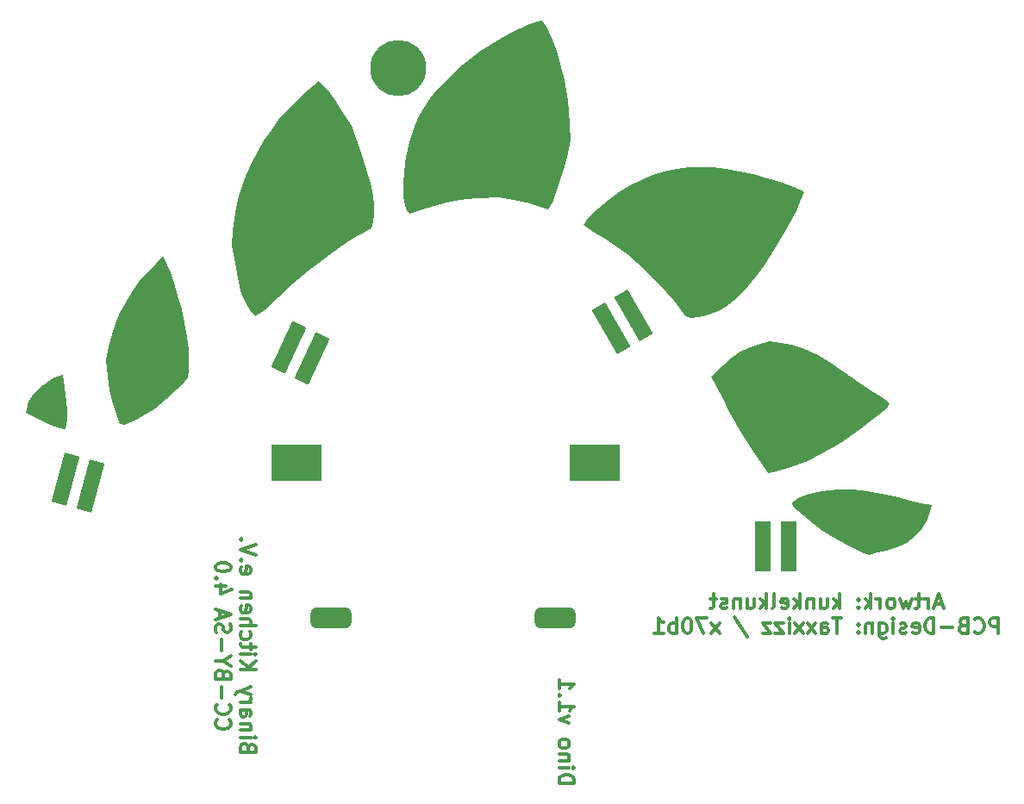
<source format=gbr>
%TF.GenerationSoftware,KiCad,Pcbnew,7.0.1*%
%TF.CreationDate,2023-04-19T22:10:58+02:00*%
%TF.ProjectId,Dino,44696e6f-2e6b-4696-9361-645f70636258,rev?*%
%TF.SameCoordinates,Original*%
%TF.FileFunction,Soldermask,Bot*%
%TF.FilePolarity,Negative*%
%FSLAX46Y46*%
G04 Gerber Fmt 4.6, Leading zero omitted, Abs format (unit mm)*
G04 Created by KiCad (PCBNEW 7.0.1) date 2023-04-19 22:10:58*
%MOMM*%
%LPD*%
G01*
G04 APERTURE LIST*
G04 Aperture macros list*
%AMRoundRect*
0 Rectangle with rounded corners*
0 $1 Rounding radius*
0 $2 $3 $4 $5 $6 $7 $8 $9 X,Y pos of 4 corners*
0 Add a 4 corners polygon primitive as box body*
4,1,4,$2,$3,$4,$5,$6,$7,$8,$9,$2,$3,0*
0 Add four circle primitives for the rounded corners*
1,1,$1+$1,$2,$3*
1,1,$1+$1,$4,$5*
1,1,$1+$1,$6,$7*
1,1,$1+$1,$8,$9*
0 Add four rect primitives between the rounded corners*
20,1,$1+$1,$2,$3,$4,$5,0*
20,1,$1+$1,$4,$5,$6,$7,0*
20,1,$1+$1,$6,$7,$8,$9,0*
20,1,$1+$1,$8,$9,$2,$3,0*%
%AMRotRect*
0 Rectangle, with rotation*
0 The origin of the aperture is its center*
0 $1 length*
0 $2 width*
0 $3 Rotation angle, in degrees counterclockwise*
0 Add horizontal line*
21,1,$1,$2,0,0,$3*%
G04 Aperture macros list end*
%ADD10C,0.300000*%
%ADD11C,5.500000*%
%ADD12RotRect,1.524000X5.000000X345.000000*%
%ADD13R,5.000000X3.600000*%
%ADD14RoundRect,0.500000X-1.500000X-0.500000X1.500000X-0.500000X1.500000X0.500000X-1.500000X0.500000X0*%
%ADD15RotRect,1.524000X5.000000X30.000000*%
%ADD16R,1.524000X5.000000*%
%ADD17RotRect,1.524000X5.000000X335.000000*%
G04 APERTURE END LIST*
D10*
X65481785Y-97989285D02*
X65410357Y-97774999D01*
X65410357Y-97774999D02*
X65338928Y-97703570D01*
X65338928Y-97703570D02*
X65196071Y-97632142D01*
X65196071Y-97632142D02*
X64981785Y-97632142D01*
X64981785Y-97632142D02*
X64838928Y-97703570D01*
X64838928Y-97703570D02*
X64767500Y-97774999D01*
X64767500Y-97774999D02*
X64696071Y-97917856D01*
X64696071Y-97917856D02*
X64696071Y-98489285D01*
X64696071Y-98489285D02*
X66196071Y-98489285D01*
X66196071Y-98489285D02*
X66196071Y-97989285D01*
X66196071Y-97989285D02*
X66124642Y-97846428D01*
X66124642Y-97846428D02*
X66053214Y-97774999D01*
X66053214Y-97774999D02*
X65910357Y-97703570D01*
X65910357Y-97703570D02*
X65767500Y-97703570D01*
X65767500Y-97703570D02*
X65624642Y-97774999D01*
X65624642Y-97774999D02*
X65553214Y-97846428D01*
X65553214Y-97846428D02*
X65481785Y-97989285D01*
X65481785Y-97989285D02*
X65481785Y-98489285D01*
X64696071Y-96989285D02*
X65696071Y-96989285D01*
X66196071Y-96989285D02*
X66124642Y-97060713D01*
X66124642Y-97060713D02*
X66053214Y-96989285D01*
X66053214Y-96989285D02*
X66124642Y-96917856D01*
X66124642Y-96917856D02*
X66196071Y-96989285D01*
X66196071Y-96989285D02*
X66053214Y-96989285D01*
X65696071Y-96274999D02*
X64696071Y-96274999D01*
X65553214Y-96274999D02*
X65624642Y-96203570D01*
X65624642Y-96203570D02*
X65696071Y-96060713D01*
X65696071Y-96060713D02*
X65696071Y-95846427D01*
X65696071Y-95846427D02*
X65624642Y-95703570D01*
X65624642Y-95703570D02*
X65481785Y-95632142D01*
X65481785Y-95632142D02*
X64696071Y-95632142D01*
X64696071Y-94274999D02*
X65481785Y-94274999D01*
X65481785Y-94274999D02*
X65624642Y-94346427D01*
X65624642Y-94346427D02*
X65696071Y-94489284D01*
X65696071Y-94489284D02*
X65696071Y-94774999D01*
X65696071Y-94774999D02*
X65624642Y-94917856D01*
X64767500Y-94274999D02*
X64696071Y-94417856D01*
X64696071Y-94417856D02*
X64696071Y-94774999D01*
X64696071Y-94774999D02*
X64767500Y-94917856D01*
X64767500Y-94917856D02*
X64910357Y-94989284D01*
X64910357Y-94989284D02*
X65053214Y-94989284D01*
X65053214Y-94989284D02*
X65196071Y-94917856D01*
X65196071Y-94917856D02*
X65267500Y-94774999D01*
X65267500Y-94774999D02*
X65267500Y-94417856D01*
X65267500Y-94417856D02*
X65338928Y-94274999D01*
X64696071Y-93560713D02*
X65696071Y-93560713D01*
X65410357Y-93560713D02*
X65553214Y-93489284D01*
X65553214Y-93489284D02*
X65624642Y-93417856D01*
X65624642Y-93417856D02*
X65696071Y-93274998D01*
X65696071Y-93274998D02*
X65696071Y-93132141D01*
X65696071Y-92774999D02*
X64696071Y-92417856D01*
X65696071Y-92060713D02*
X64696071Y-92417856D01*
X64696071Y-92417856D02*
X64338928Y-92560713D01*
X64338928Y-92560713D02*
X64267500Y-92632142D01*
X64267500Y-92632142D02*
X64196071Y-92774999D01*
X64696071Y-90346428D02*
X66196071Y-90346428D01*
X64696071Y-89489285D02*
X65553214Y-90132142D01*
X66196071Y-89489285D02*
X65338928Y-90346428D01*
X64696071Y-88846428D02*
X65696071Y-88846428D01*
X66196071Y-88846428D02*
X66124642Y-88917856D01*
X66124642Y-88917856D02*
X66053214Y-88846428D01*
X66053214Y-88846428D02*
X66124642Y-88774999D01*
X66124642Y-88774999D02*
X66196071Y-88846428D01*
X66196071Y-88846428D02*
X66053214Y-88846428D01*
X65696071Y-88346427D02*
X65696071Y-87774999D01*
X66196071Y-88132142D02*
X64910357Y-88132142D01*
X64910357Y-88132142D02*
X64767500Y-88060713D01*
X64767500Y-88060713D02*
X64696071Y-87917856D01*
X64696071Y-87917856D02*
X64696071Y-87774999D01*
X64767500Y-86632142D02*
X64696071Y-86774999D01*
X64696071Y-86774999D02*
X64696071Y-87060713D01*
X64696071Y-87060713D02*
X64767500Y-87203570D01*
X64767500Y-87203570D02*
X64838928Y-87274999D01*
X64838928Y-87274999D02*
X64981785Y-87346427D01*
X64981785Y-87346427D02*
X65410357Y-87346427D01*
X65410357Y-87346427D02*
X65553214Y-87274999D01*
X65553214Y-87274999D02*
X65624642Y-87203570D01*
X65624642Y-87203570D02*
X65696071Y-87060713D01*
X65696071Y-87060713D02*
X65696071Y-86774999D01*
X65696071Y-86774999D02*
X65624642Y-86632142D01*
X64696071Y-85989285D02*
X66196071Y-85989285D01*
X64696071Y-85346428D02*
X65481785Y-85346428D01*
X65481785Y-85346428D02*
X65624642Y-85417856D01*
X65624642Y-85417856D02*
X65696071Y-85560713D01*
X65696071Y-85560713D02*
X65696071Y-85774999D01*
X65696071Y-85774999D02*
X65624642Y-85917856D01*
X65624642Y-85917856D02*
X65553214Y-85989285D01*
X64767500Y-84060713D02*
X64696071Y-84203570D01*
X64696071Y-84203570D02*
X64696071Y-84489285D01*
X64696071Y-84489285D02*
X64767500Y-84632142D01*
X64767500Y-84632142D02*
X64910357Y-84703570D01*
X64910357Y-84703570D02*
X65481785Y-84703570D01*
X65481785Y-84703570D02*
X65624642Y-84632142D01*
X65624642Y-84632142D02*
X65696071Y-84489285D01*
X65696071Y-84489285D02*
X65696071Y-84203570D01*
X65696071Y-84203570D02*
X65624642Y-84060713D01*
X65624642Y-84060713D02*
X65481785Y-83989285D01*
X65481785Y-83989285D02*
X65338928Y-83989285D01*
X65338928Y-83989285D02*
X65196071Y-84703570D01*
X65696071Y-83346428D02*
X64696071Y-83346428D01*
X65553214Y-83346428D02*
X65624642Y-83274999D01*
X65624642Y-83274999D02*
X65696071Y-83132142D01*
X65696071Y-83132142D02*
X65696071Y-82917856D01*
X65696071Y-82917856D02*
X65624642Y-82774999D01*
X65624642Y-82774999D02*
X65481785Y-82703571D01*
X65481785Y-82703571D02*
X64696071Y-82703571D01*
X64767500Y-80274999D02*
X64696071Y-80417856D01*
X64696071Y-80417856D02*
X64696071Y-80703571D01*
X64696071Y-80703571D02*
X64767500Y-80846428D01*
X64767500Y-80846428D02*
X64910357Y-80917856D01*
X64910357Y-80917856D02*
X65481785Y-80917856D01*
X65481785Y-80917856D02*
X65624642Y-80846428D01*
X65624642Y-80846428D02*
X65696071Y-80703571D01*
X65696071Y-80703571D02*
X65696071Y-80417856D01*
X65696071Y-80417856D02*
X65624642Y-80274999D01*
X65624642Y-80274999D02*
X65481785Y-80203571D01*
X65481785Y-80203571D02*
X65338928Y-80203571D01*
X65338928Y-80203571D02*
X65196071Y-80917856D01*
X64838928Y-79560714D02*
X64767500Y-79489285D01*
X64767500Y-79489285D02*
X64696071Y-79560714D01*
X64696071Y-79560714D02*
X64767500Y-79632142D01*
X64767500Y-79632142D02*
X64838928Y-79560714D01*
X64838928Y-79560714D02*
X64696071Y-79560714D01*
X66196071Y-79060713D02*
X64696071Y-78560713D01*
X64696071Y-78560713D02*
X66196071Y-78060713D01*
X64838928Y-77560714D02*
X64767500Y-77489285D01*
X64767500Y-77489285D02*
X64696071Y-77560714D01*
X64696071Y-77560714D02*
X64767500Y-77632142D01*
X64767500Y-77632142D02*
X64838928Y-77560714D01*
X64838928Y-77560714D02*
X64696071Y-77560714D01*
X62408928Y-95274999D02*
X62337500Y-95346427D01*
X62337500Y-95346427D02*
X62266071Y-95560713D01*
X62266071Y-95560713D02*
X62266071Y-95703570D01*
X62266071Y-95703570D02*
X62337500Y-95917856D01*
X62337500Y-95917856D02*
X62480357Y-96060713D01*
X62480357Y-96060713D02*
X62623214Y-96132142D01*
X62623214Y-96132142D02*
X62908928Y-96203570D01*
X62908928Y-96203570D02*
X63123214Y-96203570D01*
X63123214Y-96203570D02*
X63408928Y-96132142D01*
X63408928Y-96132142D02*
X63551785Y-96060713D01*
X63551785Y-96060713D02*
X63694642Y-95917856D01*
X63694642Y-95917856D02*
X63766071Y-95703570D01*
X63766071Y-95703570D02*
X63766071Y-95560713D01*
X63766071Y-95560713D02*
X63694642Y-95346427D01*
X63694642Y-95346427D02*
X63623214Y-95274999D01*
X62408928Y-93774999D02*
X62337500Y-93846427D01*
X62337500Y-93846427D02*
X62266071Y-94060713D01*
X62266071Y-94060713D02*
X62266071Y-94203570D01*
X62266071Y-94203570D02*
X62337500Y-94417856D01*
X62337500Y-94417856D02*
X62480357Y-94560713D01*
X62480357Y-94560713D02*
X62623214Y-94632142D01*
X62623214Y-94632142D02*
X62908928Y-94703570D01*
X62908928Y-94703570D02*
X63123214Y-94703570D01*
X63123214Y-94703570D02*
X63408928Y-94632142D01*
X63408928Y-94632142D02*
X63551785Y-94560713D01*
X63551785Y-94560713D02*
X63694642Y-94417856D01*
X63694642Y-94417856D02*
X63766071Y-94203570D01*
X63766071Y-94203570D02*
X63766071Y-94060713D01*
X63766071Y-94060713D02*
X63694642Y-93846427D01*
X63694642Y-93846427D02*
X63623214Y-93774999D01*
X62837500Y-93132142D02*
X62837500Y-91989285D01*
X63051785Y-90774999D02*
X62980357Y-90560713D01*
X62980357Y-90560713D02*
X62908928Y-90489284D01*
X62908928Y-90489284D02*
X62766071Y-90417856D01*
X62766071Y-90417856D02*
X62551785Y-90417856D01*
X62551785Y-90417856D02*
X62408928Y-90489284D01*
X62408928Y-90489284D02*
X62337500Y-90560713D01*
X62337500Y-90560713D02*
X62266071Y-90703570D01*
X62266071Y-90703570D02*
X62266071Y-91274999D01*
X62266071Y-91274999D02*
X63766071Y-91274999D01*
X63766071Y-91274999D02*
X63766071Y-90774999D01*
X63766071Y-90774999D02*
X63694642Y-90632142D01*
X63694642Y-90632142D02*
X63623214Y-90560713D01*
X63623214Y-90560713D02*
X63480357Y-90489284D01*
X63480357Y-90489284D02*
X63337500Y-90489284D01*
X63337500Y-90489284D02*
X63194642Y-90560713D01*
X63194642Y-90560713D02*
X63123214Y-90632142D01*
X63123214Y-90632142D02*
X63051785Y-90774999D01*
X63051785Y-90774999D02*
X63051785Y-91274999D01*
X62980357Y-89489284D02*
X62266071Y-89489284D01*
X63766071Y-89989284D02*
X62980357Y-89489284D01*
X62980357Y-89489284D02*
X63766071Y-88989284D01*
X62837500Y-88489285D02*
X62837500Y-87346428D01*
X62337500Y-86703570D02*
X62266071Y-86489285D01*
X62266071Y-86489285D02*
X62266071Y-86132142D01*
X62266071Y-86132142D02*
X62337500Y-85989285D01*
X62337500Y-85989285D02*
X62408928Y-85917856D01*
X62408928Y-85917856D02*
X62551785Y-85846427D01*
X62551785Y-85846427D02*
X62694642Y-85846427D01*
X62694642Y-85846427D02*
X62837500Y-85917856D01*
X62837500Y-85917856D02*
X62908928Y-85989285D01*
X62908928Y-85989285D02*
X62980357Y-86132142D01*
X62980357Y-86132142D02*
X63051785Y-86417856D01*
X63051785Y-86417856D02*
X63123214Y-86560713D01*
X63123214Y-86560713D02*
X63194642Y-86632142D01*
X63194642Y-86632142D02*
X63337500Y-86703570D01*
X63337500Y-86703570D02*
X63480357Y-86703570D01*
X63480357Y-86703570D02*
X63623214Y-86632142D01*
X63623214Y-86632142D02*
X63694642Y-86560713D01*
X63694642Y-86560713D02*
X63766071Y-86417856D01*
X63766071Y-86417856D02*
X63766071Y-86060713D01*
X63766071Y-86060713D02*
X63694642Y-85846427D01*
X62694642Y-85274999D02*
X62694642Y-84560714D01*
X62266071Y-85417856D02*
X63766071Y-84917856D01*
X63766071Y-84917856D02*
X62266071Y-84417856D01*
X63266071Y-82132143D02*
X62266071Y-82132143D01*
X63837500Y-82489285D02*
X62766071Y-82846428D01*
X62766071Y-82846428D02*
X62766071Y-81917857D01*
X62408928Y-81346429D02*
X62337500Y-81275000D01*
X62337500Y-81275000D02*
X62266071Y-81346429D01*
X62266071Y-81346429D02*
X62337500Y-81417857D01*
X62337500Y-81417857D02*
X62408928Y-81346429D01*
X62408928Y-81346429D02*
X62266071Y-81346429D01*
X63766071Y-80346428D02*
X63766071Y-80203571D01*
X63766071Y-80203571D02*
X63694642Y-80060714D01*
X63694642Y-80060714D02*
X63623214Y-79989286D01*
X63623214Y-79989286D02*
X63480357Y-79917857D01*
X63480357Y-79917857D02*
X63194642Y-79846428D01*
X63194642Y-79846428D02*
X62837500Y-79846428D01*
X62837500Y-79846428D02*
X62551785Y-79917857D01*
X62551785Y-79917857D02*
X62408928Y-79989286D01*
X62408928Y-79989286D02*
X62337500Y-80060714D01*
X62337500Y-80060714D02*
X62266071Y-80203571D01*
X62266071Y-80203571D02*
X62266071Y-80346428D01*
X62266071Y-80346428D02*
X62337500Y-80489286D01*
X62337500Y-80489286D02*
X62408928Y-80560714D01*
X62408928Y-80560714D02*
X62551785Y-80632143D01*
X62551785Y-80632143D02*
X62837500Y-80703571D01*
X62837500Y-80703571D02*
X63194642Y-80703571D01*
X63194642Y-80703571D02*
X63480357Y-80632143D01*
X63480357Y-80632143D02*
X63623214Y-80560714D01*
X63623214Y-80560714D02*
X63694642Y-80489286D01*
X63694642Y-80489286D02*
X63766071Y-80346428D01*
X133641428Y-83920357D02*
X132927143Y-83920357D01*
X133784285Y-84348928D02*
X133284285Y-82848928D01*
X133284285Y-82848928D02*
X132784285Y-84348928D01*
X132284286Y-84348928D02*
X132284286Y-83348928D01*
X132284286Y-83634642D02*
X132212857Y-83491785D01*
X132212857Y-83491785D02*
X132141429Y-83420357D01*
X132141429Y-83420357D02*
X131998571Y-83348928D01*
X131998571Y-83348928D02*
X131855714Y-83348928D01*
X131570000Y-83348928D02*
X130998572Y-83348928D01*
X131355715Y-82848928D02*
X131355715Y-84134642D01*
X131355715Y-84134642D02*
X131284286Y-84277500D01*
X131284286Y-84277500D02*
X131141429Y-84348928D01*
X131141429Y-84348928D02*
X130998572Y-84348928D01*
X130641429Y-83348928D02*
X130355715Y-84348928D01*
X130355715Y-84348928D02*
X130070000Y-83634642D01*
X130070000Y-83634642D02*
X129784286Y-84348928D01*
X129784286Y-84348928D02*
X129498572Y-83348928D01*
X128712857Y-84348928D02*
X128855714Y-84277500D01*
X128855714Y-84277500D02*
X128927143Y-84206071D01*
X128927143Y-84206071D02*
X128998571Y-84063214D01*
X128998571Y-84063214D02*
X128998571Y-83634642D01*
X128998571Y-83634642D02*
X128927143Y-83491785D01*
X128927143Y-83491785D02*
X128855714Y-83420357D01*
X128855714Y-83420357D02*
X128712857Y-83348928D01*
X128712857Y-83348928D02*
X128498571Y-83348928D01*
X128498571Y-83348928D02*
X128355714Y-83420357D01*
X128355714Y-83420357D02*
X128284286Y-83491785D01*
X128284286Y-83491785D02*
X128212857Y-83634642D01*
X128212857Y-83634642D02*
X128212857Y-84063214D01*
X128212857Y-84063214D02*
X128284286Y-84206071D01*
X128284286Y-84206071D02*
X128355714Y-84277500D01*
X128355714Y-84277500D02*
X128498571Y-84348928D01*
X128498571Y-84348928D02*
X128712857Y-84348928D01*
X127570000Y-84348928D02*
X127570000Y-83348928D01*
X127570000Y-83634642D02*
X127498571Y-83491785D01*
X127498571Y-83491785D02*
X127427143Y-83420357D01*
X127427143Y-83420357D02*
X127284285Y-83348928D01*
X127284285Y-83348928D02*
X127141428Y-83348928D01*
X126641429Y-84348928D02*
X126641429Y-82848928D01*
X126498572Y-83777500D02*
X126070000Y-84348928D01*
X126070000Y-83348928D02*
X126641429Y-83920357D01*
X125427143Y-84206071D02*
X125355714Y-84277500D01*
X125355714Y-84277500D02*
X125427143Y-84348928D01*
X125427143Y-84348928D02*
X125498571Y-84277500D01*
X125498571Y-84277500D02*
X125427143Y-84206071D01*
X125427143Y-84206071D02*
X125427143Y-84348928D01*
X125427143Y-83420357D02*
X125355714Y-83491785D01*
X125355714Y-83491785D02*
X125427143Y-83563214D01*
X125427143Y-83563214D02*
X125498571Y-83491785D01*
X125498571Y-83491785D02*
X125427143Y-83420357D01*
X125427143Y-83420357D02*
X125427143Y-83563214D01*
X123570000Y-84348928D02*
X123570000Y-82848928D01*
X123427143Y-83777500D02*
X122998571Y-84348928D01*
X122998571Y-83348928D02*
X123570000Y-83920357D01*
X121712857Y-83348928D02*
X121712857Y-84348928D01*
X122355714Y-83348928D02*
X122355714Y-84134642D01*
X122355714Y-84134642D02*
X122284285Y-84277500D01*
X122284285Y-84277500D02*
X122141428Y-84348928D01*
X122141428Y-84348928D02*
X121927142Y-84348928D01*
X121927142Y-84348928D02*
X121784285Y-84277500D01*
X121784285Y-84277500D02*
X121712857Y-84206071D01*
X120998571Y-83348928D02*
X120998571Y-84348928D01*
X120998571Y-83491785D02*
X120927142Y-83420357D01*
X120927142Y-83420357D02*
X120784285Y-83348928D01*
X120784285Y-83348928D02*
X120569999Y-83348928D01*
X120569999Y-83348928D02*
X120427142Y-83420357D01*
X120427142Y-83420357D02*
X120355714Y-83563214D01*
X120355714Y-83563214D02*
X120355714Y-84348928D01*
X119641428Y-84348928D02*
X119641428Y-82848928D01*
X119498571Y-83777500D02*
X119069999Y-84348928D01*
X119069999Y-83348928D02*
X119641428Y-83920357D01*
X117855713Y-84277500D02*
X117998570Y-84348928D01*
X117998570Y-84348928D02*
X118284285Y-84348928D01*
X118284285Y-84348928D02*
X118427142Y-84277500D01*
X118427142Y-84277500D02*
X118498570Y-84134642D01*
X118498570Y-84134642D02*
X118498570Y-83563214D01*
X118498570Y-83563214D02*
X118427142Y-83420357D01*
X118427142Y-83420357D02*
X118284285Y-83348928D01*
X118284285Y-83348928D02*
X117998570Y-83348928D01*
X117998570Y-83348928D02*
X117855713Y-83420357D01*
X117855713Y-83420357D02*
X117784285Y-83563214D01*
X117784285Y-83563214D02*
X117784285Y-83706071D01*
X117784285Y-83706071D02*
X118498570Y-83848928D01*
X116927142Y-84348928D02*
X117069999Y-84277500D01*
X117069999Y-84277500D02*
X117141428Y-84134642D01*
X117141428Y-84134642D02*
X117141428Y-82848928D01*
X116355714Y-84348928D02*
X116355714Y-82848928D01*
X116212857Y-83777500D02*
X115784285Y-84348928D01*
X115784285Y-83348928D02*
X116355714Y-83920357D01*
X114498571Y-83348928D02*
X114498571Y-84348928D01*
X115141428Y-83348928D02*
X115141428Y-84134642D01*
X115141428Y-84134642D02*
X115069999Y-84277500D01*
X115069999Y-84277500D02*
X114927142Y-84348928D01*
X114927142Y-84348928D02*
X114712856Y-84348928D01*
X114712856Y-84348928D02*
X114569999Y-84277500D01*
X114569999Y-84277500D02*
X114498571Y-84206071D01*
X113784285Y-83348928D02*
X113784285Y-84348928D01*
X113784285Y-83491785D02*
X113712856Y-83420357D01*
X113712856Y-83420357D02*
X113569999Y-83348928D01*
X113569999Y-83348928D02*
X113355713Y-83348928D01*
X113355713Y-83348928D02*
X113212856Y-83420357D01*
X113212856Y-83420357D02*
X113141428Y-83563214D01*
X113141428Y-83563214D02*
X113141428Y-84348928D01*
X112498570Y-84277500D02*
X112355713Y-84348928D01*
X112355713Y-84348928D02*
X112069999Y-84348928D01*
X112069999Y-84348928D02*
X111927142Y-84277500D01*
X111927142Y-84277500D02*
X111855713Y-84134642D01*
X111855713Y-84134642D02*
X111855713Y-84063214D01*
X111855713Y-84063214D02*
X111927142Y-83920357D01*
X111927142Y-83920357D02*
X112069999Y-83848928D01*
X112069999Y-83848928D02*
X112284285Y-83848928D01*
X112284285Y-83848928D02*
X112427142Y-83777500D01*
X112427142Y-83777500D02*
X112498570Y-83634642D01*
X112498570Y-83634642D02*
X112498570Y-83563214D01*
X112498570Y-83563214D02*
X112427142Y-83420357D01*
X112427142Y-83420357D02*
X112284285Y-83348928D01*
X112284285Y-83348928D02*
X112069999Y-83348928D01*
X112069999Y-83348928D02*
X111927142Y-83420357D01*
X111427141Y-83348928D02*
X110855713Y-83348928D01*
X111212856Y-82848928D02*
X111212856Y-84134642D01*
X111212856Y-84134642D02*
X111141427Y-84277500D01*
X111141427Y-84277500D02*
X110998570Y-84348928D01*
X110998570Y-84348928D02*
X110855713Y-84348928D01*
X139177143Y-86778928D02*
X139177143Y-85278928D01*
X139177143Y-85278928D02*
X138605714Y-85278928D01*
X138605714Y-85278928D02*
X138462857Y-85350357D01*
X138462857Y-85350357D02*
X138391428Y-85421785D01*
X138391428Y-85421785D02*
X138320000Y-85564642D01*
X138320000Y-85564642D02*
X138320000Y-85778928D01*
X138320000Y-85778928D02*
X138391428Y-85921785D01*
X138391428Y-85921785D02*
X138462857Y-85993214D01*
X138462857Y-85993214D02*
X138605714Y-86064642D01*
X138605714Y-86064642D02*
X139177143Y-86064642D01*
X136820000Y-86636071D02*
X136891428Y-86707500D01*
X136891428Y-86707500D02*
X137105714Y-86778928D01*
X137105714Y-86778928D02*
X137248571Y-86778928D01*
X137248571Y-86778928D02*
X137462857Y-86707500D01*
X137462857Y-86707500D02*
X137605714Y-86564642D01*
X137605714Y-86564642D02*
X137677143Y-86421785D01*
X137677143Y-86421785D02*
X137748571Y-86136071D01*
X137748571Y-86136071D02*
X137748571Y-85921785D01*
X137748571Y-85921785D02*
X137677143Y-85636071D01*
X137677143Y-85636071D02*
X137605714Y-85493214D01*
X137605714Y-85493214D02*
X137462857Y-85350357D01*
X137462857Y-85350357D02*
X137248571Y-85278928D01*
X137248571Y-85278928D02*
X137105714Y-85278928D01*
X137105714Y-85278928D02*
X136891428Y-85350357D01*
X136891428Y-85350357D02*
X136820000Y-85421785D01*
X135677143Y-85993214D02*
X135462857Y-86064642D01*
X135462857Y-86064642D02*
X135391428Y-86136071D01*
X135391428Y-86136071D02*
X135320000Y-86278928D01*
X135320000Y-86278928D02*
X135320000Y-86493214D01*
X135320000Y-86493214D02*
X135391428Y-86636071D01*
X135391428Y-86636071D02*
X135462857Y-86707500D01*
X135462857Y-86707500D02*
X135605714Y-86778928D01*
X135605714Y-86778928D02*
X136177143Y-86778928D01*
X136177143Y-86778928D02*
X136177143Y-85278928D01*
X136177143Y-85278928D02*
X135677143Y-85278928D01*
X135677143Y-85278928D02*
X135534286Y-85350357D01*
X135534286Y-85350357D02*
X135462857Y-85421785D01*
X135462857Y-85421785D02*
X135391428Y-85564642D01*
X135391428Y-85564642D02*
X135391428Y-85707500D01*
X135391428Y-85707500D02*
X135462857Y-85850357D01*
X135462857Y-85850357D02*
X135534286Y-85921785D01*
X135534286Y-85921785D02*
X135677143Y-85993214D01*
X135677143Y-85993214D02*
X136177143Y-85993214D01*
X134677143Y-86207500D02*
X133534286Y-86207500D01*
X132820000Y-86778928D02*
X132820000Y-85278928D01*
X132820000Y-85278928D02*
X132462857Y-85278928D01*
X132462857Y-85278928D02*
X132248571Y-85350357D01*
X132248571Y-85350357D02*
X132105714Y-85493214D01*
X132105714Y-85493214D02*
X132034285Y-85636071D01*
X132034285Y-85636071D02*
X131962857Y-85921785D01*
X131962857Y-85921785D02*
X131962857Y-86136071D01*
X131962857Y-86136071D02*
X132034285Y-86421785D01*
X132034285Y-86421785D02*
X132105714Y-86564642D01*
X132105714Y-86564642D02*
X132248571Y-86707500D01*
X132248571Y-86707500D02*
X132462857Y-86778928D01*
X132462857Y-86778928D02*
X132820000Y-86778928D01*
X130748571Y-86707500D02*
X130891428Y-86778928D01*
X130891428Y-86778928D02*
X131177143Y-86778928D01*
X131177143Y-86778928D02*
X131320000Y-86707500D01*
X131320000Y-86707500D02*
X131391428Y-86564642D01*
X131391428Y-86564642D02*
X131391428Y-85993214D01*
X131391428Y-85993214D02*
X131320000Y-85850357D01*
X131320000Y-85850357D02*
X131177143Y-85778928D01*
X131177143Y-85778928D02*
X130891428Y-85778928D01*
X130891428Y-85778928D02*
X130748571Y-85850357D01*
X130748571Y-85850357D02*
X130677143Y-85993214D01*
X130677143Y-85993214D02*
X130677143Y-86136071D01*
X130677143Y-86136071D02*
X131391428Y-86278928D01*
X130105714Y-86707500D02*
X129962857Y-86778928D01*
X129962857Y-86778928D02*
X129677143Y-86778928D01*
X129677143Y-86778928D02*
X129534286Y-86707500D01*
X129534286Y-86707500D02*
X129462857Y-86564642D01*
X129462857Y-86564642D02*
X129462857Y-86493214D01*
X129462857Y-86493214D02*
X129534286Y-86350357D01*
X129534286Y-86350357D02*
X129677143Y-86278928D01*
X129677143Y-86278928D02*
X129891429Y-86278928D01*
X129891429Y-86278928D02*
X130034286Y-86207500D01*
X130034286Y-86207500D02*
X130105714Y-86064642D01*
X130105714Y-86064642D02*
X130105714Y-85993214D01*
X130105714Y-85993214D02*
X130034286Y-85850357D01*
X130034286Y-85850357D02*
X129891429Y-85778928D01*
X129891429Y-85778928D02*
X129677143Y-85778928D01*
X129677143Y-85778928D02*
X129534286Y-85850357D01*
X128820000Y-86778928D02*
X128820000Y-85778928D01*
X128820000Y-85278928D02*
X128891428Y-85350357D01*
X128891428Y-85350357D02*
X128820000Y-85421785D01*
X128820000Y-85421785D02*
X128748571Y-85350357D01*
X128748571Y-85350357D02*
X128820000Y-85278928D01*
X128820000Y-85278928D02*
X128820000Y-85421785D01*
X127462857Y-85778928D02*
X127462857Y-86993214D01*
X127462857Y-86993214D02*
X127534285Y-87136071D01*
X127534285Y-87136071D02*
X127605714Y-87207500D01*
X127605714Y-87207500D02*
X127748571Y-87278928D01*
X127748571Y-87278928D02*
X127962857Y-87278928D01*
X127962857Y-87278928D02*
X128105714Y-87207500D01*
X127462857Y-86707500D02*
X127605714Y-86778928D01*
X127605714Y-86778928D02*
X127891428Y-86778928D01*
X127891428Y-86778928D02*
X128034285Y-86707500D01*
X128034285Y-86707500D02*
X128105714Y-86636071D01*
X128105714Y-86636071D02*
X128177142Y-86493214D01*
X128177142Y-86493214D02*
X128177142Y-86064642D01*
X128177142Y-86064642D02*
X128105714Y-85921785D01*
X128105714Y-85921785D02*
X128034285Y-85850357D01*
X128034285Y-85850357D02*
X127891428Y-85778928D01*
X127891428Y-85778928D02*
X127605714Y-85778928D01*
X127605714Y-85778928D02*
X127462857Y-85850357D01*
X126748571Y-85778928D02*
X126748571Y-86778928D01*
X126748571Y-85921785D02*
X126677142Y-85850357D01*
X126677142Y-85850357D02*
X126534285Y-85778928D01*
X126534285Y-85778928D02*
X126319999Y-85778928D01*
X126319999Y-85778928D02*
X126177142Y-85850357D01*
X126177142Y-85850357D02*
X126105714Y-85993214D01*
X126105714Y-85993214D02*
X126105714Y-86778928D01*
X125391428Y-86636071D02*
X125319999Y-86707500D01*
X125319999Y-86707500D02*
X125391428Y-86778928D01*
X125391428Y-86778928D02*
X125462856Y-86707500D01*
X125462856Y-86707500D02*
X125391428Y-86636071D01*
X125391428Y-86636071D02*
X125391428Y-86778928D01*
X125391428Y-85850357D02*
X125319999Y-85921785D01*
X125319999Y-85921785D02*
X125391428Y-85993214D01*
X125391428Y-85993214D02*
X125462856Y-85921785D01*
X125462856Y-85921785D02*
X125391428Y-85850357D01*
X125391428Y-85850357D02*
X125391428Y-85993214D01*
X123748570Y-85278928D02*
X122891428Y-85278928D01*
X123319999Y-86778928D02*
X123319999Y-85278928D01*
X121748571Y-86778928D02*
X121748571Y-85993214D01*
X121748571Y-85993214D02*
X121819999Y-85850357D01*
X121819999Y-85850357D02*
X121962856Y-85778928D01*
X121962856Y-85778928D02*
X122248571Y-85778928D01*
X122248571Y-85778928D02*
X122391428Y-85850357D01*
X121748571Y-86707500D02*
X121891428Y-86778928D01*
X121891428Y-86778928D02*
X122248571Y-86778928D01*
X122248571Y-86778928D02*
X122391428Y-86707500D01*
X122391428Y-86707500D02*
X122462856Y-86564642D01*
X122462856Y-86564642D02*
X122462856Y-86421785D01*
X122462856Y-86421785D02*
X122391428Y-86278928D01*
X122391428Y-86278928D02*
X122248571Y-86207500D01*
X122248571Y-86207500D02*
X121891428Y-86207500D01*
X121891428Y-86207500D02*
X121748571Y-86136071D01*
X121177142Y-86778928D02*
X120391428Y-85778928D01*
X121177142Y-85778928D02*
X120391428Y-86778928D01*
X119962856Y-86778928D02*
X119177142Y-85778928D01*
X119962856Y-85778928D02*
X119177142Y-86778928D01*
X118605713Y-86778928D02*
X118605713Y-85778928D01*
X118605713Y-85278928D02*
X118677141Y-85350357D01*
X118677141Y-85350357D02*
X118605713Y-85421785D01*
X118605713Y-85421785D02*
X118534284Y-85350357D01*
X118534284Y-85350357D02*
X118605713Y-85278928D01*
X118605713Y-85278928D02*
X118605713Y-85421785D01*
X118034284Y-85778928D02*
X117248570Y-85778928D01*
X117248570Y-85778928D02*
X118034284Y-86778928D01*
X118034284Y-86778928D02*
X117248570Y-86778928D01*
X116819998Y-85778928D02*
X116034284Y-85778928D01*
X116034284Y-85778928D02*
X116819998Y-86778928D01*
X116819998Y-86778928D02*
X116034284Y-86778928D01*
X113248569Y-85207500D02*
X114534283Y-87136071D01*
X111748569Y-86778928D02*
X110962855Y-85778928D01*
X111748569Y-85778928D02*
X110962855Y-86778928D01*
X110534283Y-85278928D02*
X109534283Y-85278928D01*
X109534283Y-85278928D02*
X110177140Y-86778928D01*
X108677140Y-85278928D02*
X108534283Y-85278928D01*
X108534283Y-85278928D02*
X108391426Y-85350357D01*
X108391426Y-85350357D02*
X108319998Y-85421785D01*
X108319998Y-85421785D02*
X108248569Y-85564642D01*
X108248569Y-85564642D02*
X108177140Y-85850357D01*
X108177140Y-85850357D02*
X108177140Y-86207500D01*
X108177140Y-86207500D02*
X108248569Y-86493214D01*
X108248569Y-86493214D02*
X108319998Y-86636071D01*
X108319998Y-86636071D02*
X108391426Y-86707500D01*
X108391426Y-86707500D02*
X108534283Y-86778928D01*
X108534283Y-86778928D02*
X108677140Y-86778928D01*
X108677140Y-86778928D02*
X108819998Y-86707500D01*
X108819998Y-86707500D02*
X108891426Y-86636071D01*
X108891426Y-86636071D02*
X108962855Y-86493214D01*
X108962855Y-86493214D02*
X109034283Y-86207500D01*
X109034283Y-86207500D02*
X109034283Y-85850357D01*
X109034283Y-85850357D02*
X108962855Y-85564642D01*
X108962855Y-85564642D02*
X108891426Y-85421785D01*
X108891426Y-85421785D02*
X108819998Y-85350357D01*
X108819998Y-85350357D02*
X108677140Y-85278928D01*
X107534284Y-86778928D02*
X107534284Y-85278928D01*
X107534284Y-85850357D02*
X107391427Y-85778928D01*
X107391427Y-85778928D02*
X107105712Y-85778928D01*
X107105712Y-85778928D02*
X106962855Y-85850357D01*
X106962855Y-85850357D02*
X106891427Y-85921785D01*
X106891427Y-85921785D02*
X106819998Y-86064642D01*
X106819998Y-86064642D02*
X106819998Y-86493214D01*
X106819998Y-86493214D02*
X106891427Y-86636071D01*
X106891427Y-86636071D02*
X106962855Y-86707500D01*
X106962855Y-86707500D02*
X107105712Y-86778928D01*
X107105712Y-86778928D02*
X107391427Y-86778928D01*
X107391427Y-86778928D02*
X107534284Y-86707500D01*
X105391426Y-86778928D02*
X106248569Y-86778928D01*
X105819998Y-86778928D02*
X105819998Y-85278928D01*
X105819998Y-85278928D02*
X105962855Y-85493214D01*
X105962855Y-85493214D02*
X106105712Y-85636071D01*
X106105712Y-85636071D02*
X106248569Y-85707500D01*
X96006071Y-101510714D02*
X97506071Y-101510714D01*
X97506071Y-101510714D02*
X97506071Y-101153571D01*
X97506071Y-101153571D02*
X97434642Y-100939285D01*
X97434642Y-100939285D02*
X97291785Y-100796428D01*
X97291785Y-100796428D02*
X97148928Y-100724999D01*
X97148928Y-100724999D02*
X96863214Y-100653571D01*
X96863214Y-100653571D02*
X96648928Y-100653571D01*
X96648928Y-100653571D02*
X96363214Y-100724999D01*
X96363214Y-100724999D02*
X96220357Y-100796428D01*
X96220357Y-100796428D02*
X96077500Y-100939285D01*
X96077500Y-100939285D02*
X96006071Y-101153571D01*
X96006071Y-101153571D02*
X96006071Y-101510714D01*
X96006071Y-100010714D02*
X97006071Y-100010714D01*
X97506071Y-100010714D02*
X97434642Y-100082142D01*
X97434642Y-100082142D02*
X97363214Y-100010714D01*
X97363214Y-100010714D02*
X97434642Y-99939285D01*
X97434642Y-99939285D02*
X97506071Y-100010714D01*
X97506071Y-100010714D02*
X97363214Y-100010714D01*
X97006071Y-99296428D02*
X96006071Y-99296428D01*
X96863214Y-99296428D02*
X96934642Y-99224999D01*
X96934642Y-99224999D02*
X97006071Y-99082142D01*
X97006071Y-99082142D02*
X97006071Y-98867856D01*
X97006071Y-98867856D02*
X96934642Y-98724999D01*
X96934642Y-98724999D02*
X96791785Y-98653571D01*
X96791785Y-98653571D02*
X96006071Y-98653571D01*
X96006071Y-97724999D02*
X96077500Y-97867856D01*
X96077500Y-97867856D02*
X96148928Y-97939285D01*
X96148928Y-97939285D02*
X96291785Y-98010713D01*
X96291785Y-98010713D02*
X96720357Y-98010713D01*
X96720357Y-98010713D02*
X96863214Y-97939285D01*
X96863214Y-97939285D02*
X96934642Y-97867856D01*
X96934642Y-97867856D02*
X97006071Y-97724999D01*
X97006071Y-97724999D02*
X97006071Y-97510713D01*
X97006071Y-97510713D02*
X96934642Y-97367856D01*
X96934642Y-97367856D02*
X96863214Y-97296428D01*
X96863214Y-97296428D02*
X96720357Y-97224999D01*
X96720357Y-97224999D02*
X96291785Y-97224999D01*
X96291785Y-97224999D02*
X96148928Y-97296428D01*
X96148928Y-97296428D02*
X96077500Y-97367856D01*
X96077500Y-97367856D02*
X96006071Y-97510713D01*
X96006071Y-97510713D02*
X96006071Y-97724999D01*
X97006071Y-95582142D02*
X96006071Y-95224999D01*
X96006071Y-95224999D02*
X97006071Y-94867856D01*
X96006071Y-93510713D02*
X96006071Y-94367856D01*
X96006071Y-93939285D02*
X97506071Y-93939285D01*
X97506071Y-93939285D02*
X97291785Y-94082142D01*
X97291785Y-94082142D02*
X97148928Y-94224999D01*
X97148928Y-94224999D02*
X97077500Y-94367856D01*
X96148928Y-92867857D02*
X96077500Y-92796428D01*
X96077500Y-92796428D02*
X96006071Y-92867857D01*
X96006071Y-92867857D02*
X96077500Y-92939285D01*
X96077500Y-92939285D02*
X96148928Y-92867857D01*
X96148928Y-92867857D02*
X96006071Y-92867857D01*
X96006071Y-91367856D02*
X96006071Y-92224999D01*
X96006071Y-91796428D02*
X97506071Y-91796428D01*
X97506071Y-91796428D02*
X97291785Y-91939285D01*
X97291785Y-91939285D02*
X97148928Y-92082142D01*
X97148928Y-92082142D02*
X97077500Y-92224999D01*
%TO.C,svg2mod*%
G36*
X47385754Y-61979803D02*
G01*
X47552100Y-63312379D01*
X47685405Y-64768503D01*
X47724509Y-65779014D01*
X47724505Y-65779014D01*
X47536174Y-66731589D01*
X46911779Y-66586125D01*
X45811407Y-66166315D01*
X44649325Y-65630209D01*
X43638928Y-65111459D01*
X43687439Y-64765338D01*
X43922346Y-63975597D01*
X44396507Y-63231696D01*
X45104579Y-62542018D01*
X46419801Y-61665664D01*
X47247522Y-61339938D01*
X47385754Y-61979803D01*
G37*
G36*
X124870915Y-72666184D02*
G01*
X126240735Y-72812928D01*
X127717630Y-73065786D01*
X129306250Y-73424711D01*
X130509198Y-73720163D01*
X131512237Y-73956493D01*
X132098218Y-74082534D01*
X132652878Y-74180434D01*
X132558213Y-74568326D01*
X132207822Y-75568986D01*
X131680452Y-76460565D01*
X130993616Y-77226982D01*
X130164830Y-77852158D01*
X129211607Y-78320011D01*
X128151462Y-78614461D01*
X126951242Y-78914740D01*
X126951290Y-78914744D01*
X126452878Y-79036494D01*
X125758389Y-78812028D01*
X124264198Y-78046246D01*
X122851501Y-77285470D01*
X121849428Y-76678238D01*
X120978709Y-76038624D01*
X119960074Y-75180700D01*
X119011003Y-74313813D01*
X118883579Y-73887743D01*
X119465172Y-73525859D01*
X120369373Y-73141312D01*
X121357398Y-72863119D01*
X122433897Y-72691232D01*
X123603519Y-72625603D01*
X124870915Y-72666184D01*
G37*
G36*
X57355540Y-50209368D02*
G01*
X57785009Y-51161971D01*
X58194898Y-52298513D01*
X58574969Y-53565594D01*
X58914982Y-54909812D01*
X59204698Y-56277767D01*
X59433879Y-57616057D01*
X59592284Y-58871281D01*
X59669674Y-59990038D01*
X59655811Y-60918928D01*
X59540455Y-61604549D01*
X59208647Y-62052974D01*
X58464361Y-62802737D01*
X57448494Y-63720366D01*
X56301945Y-64672388D01*
X55474204Y-65224504D01*
X54442630Y-65791042D01*
X53336563Y-66284727D01*
X52845192Y-66217944D01*
X52579963Y-65537881D01*
X52336104Y-64718512D01*
X52076690Y-63914028D01*
X51835537Y-62885065D01*
X51635585Y-61525990D01*
X51464972Y-59931835D01*
X51766149Y-58566970D01*
X52060360Y-57436358D01*
X52437100Y-56335732D01*
X52895610Y-55266423D01*
X53435136Y-54229760D01*
X54054919Y-53227075D01*
X54754205Y-52259699D01*
X55532235Y-51328963D01*
X56388254Y-50436197D01*
X57109033Y-49732677D01*
X57355540Y-50209368D01*
G37*
G36*
X117805486Y-58275199D02*
G01*
X118779227Y-58447267D01*
X119646118Y-58672674D01*
X120498947Y-58998597D01*
X121430506Y-59472210D01*
X122533586Y-60140691D01*
X123900976Y-61051213D01*
X125625468Y-62250954D01*
X126582004Y-62905002D01*
X127424670Y-63448741D01*
X127971033Y-63764455D01*
X128451985Y-64169880D01*
X128200199Y-64698556D01*
X127141064Y-65507139D01*
X126477295Y-65995627D01*
X125590850Y-66692847D01*
X124743785Y-67342069D01*
X123842016Y-67952224D01*
X122794878Y-68580946D01*
X121511708Y-69285869D01*
X120458197Y-69814870D01*
X119484316Y-70209891D01*
X118264002Y-70603189D01*
X118264002Y-70603186D01*
X117037091Y-70912152D01*
X116531892Y-71004183D01*
X115990608Y-70277528D01*
X115449323Y-69451983D01*
X114901148Y-68618264D01*
X114467595Y-67993796D01*
X113973335Y-67198054D01*
X113405965Y-66209427D01*
X112753082Y-65006303D01*
X112002283Y-63567070D01*
X110971076Y-61560184D01*
X112107187Y-60454198D01*
X112983177Y-59677841D01*
X113838836Y-59094445D01*
X114750982Y-58659772D01*
X115796431Y-58329583D01*
X116676234Y-58103239D01*
X117805486Y-58275199D01*
G37*
G36*
X111080526Y-41011841D02*
G01*
X112348739Y-41159365D01*
X113699009Y-41387422D01*
X115077937Y-41683371D01*
X116432127Y-42034565D01*
X117708181Y-42428364D01*
X118852702Y-42852123D01*
X119812291Y-43293198D01*
X120061499Y-43423922D01*
X119766330Y-44178458D01*
X119285934Y-45293849D01*
X118462087Y-46850435D01*
X117657463Y-48271808D01*
X116869790Y-49560538D01*
X116096797Y-50719195D01*
X115336215Y-51750350D01*
X114585770Y-52656574D01*
X113843193Y-53440438D01*
X113106213Y-54104512D01*
X112372558Y-54651367D01*
X111639958Y-55083573D01*
X110906141Y-55403703D01*
X110168836Y-55614325D01*
X109034197Y-55808385D01*
X108429515Y-55591312D01*
X107812850Y-54768557D01*
X107291356Y-54085816D01*
X106539931Y-53221482D01*
X105634284Y-52256247D01*
X104650123Y-51270802D01*
X103663158Y-50345835D01*
X102696319Y-49531033D01*
X101636840Y-48741682D01*
X100513514Y-47998002D01*
X99355132Y-47320216D01*
X98373905Y-46651368D01*
X98856553Y-45928907D01*
X99821672Y-45001563D01*
X100828017Y-44165685D01*
X101872126Y-43422824D01*
X102950542Y-42774529D01*
X104059806Y-42222353D01*
X105196457Y-41767844D01*
X106357038Y-41412553D01*
X107538089Y-41158031D01*
X108736152Y-41005828D01*
X109947766Y-40957494D01*
X111080526Y-41011841D01*
G37*
G36*
X73087390Y-33180644D02*
G01*
X73535224Y-33715690D01*
X74101004Y-34505127D01*
X74662243Y-35378046D01*
X75604313Y-36937481D01*
X76525496Y-39563978D01*
X77077130Y-41215299D01*
X77481644Y-42614108D01*
X77744583Y-43791174D01*
X77871493Y-44777264D01*
X77867919Y-45603148D01*
X77739405Y-46299592D01*
X77549410Y-46944489D01*
X76174350Y-47743017D01*
X75304518Y-48275570D01*
X74374419Y-48895825D01*
X73400449Y-49591045D01*
X72399003Y-50348494D01*
X71386477Y-51155438D01*
X70379268Y-51999140D01*
X69393770Y-52866864D01*
X68446380Y-53745875D01*
X67789792Y-54349394D01*
X67049283Y-55000869D01*
X67049282Y-55000875D01*
X66191747Y-55626304D01*
X65655947Y-55043914D01*
X65189523Y-54274294D01*
X64838692Y-53432972D01*
X64548596Y-52355744D01*
X64264383Y-50878410D01*
X63885201Y-48685886D01*
X63974645Y-47170290D01*
X64082941Y-46078679D01*
X64277599Y-44970407D01*
X64554648Y-43852593D01*
X64910113Y-42732355D01*
X65340022Y-41616813D01*
X65840403Y-40513085D01*
X66407281Y-39428290D01*
X67036684Y-38369547D01*
X67724640Y-37343974D01*
X68467175Y-36358691D01*
X69260316Y-35420817D01*
X70100091Y-34537470D01*
X70982526Y-33715769D01*
X71903649Y-32962833D01*
X72454607Y-32542676D01*
X73087390Y-33180644D01*
G37*
G36*
X94779290Y-27163753D02*
G01*
X95293089Y-28263185D01*
X95746141Y-29560507D01*
X96191842Y-31138069D01*
X96516619Y-32394264D01*
X96743772Y-33454895D01*
X96896605Y-34445768D01*
X96998418Y-35492688D01*
X97072514Y-36721458D01*
X97152613Y-38325222D01*
X96768808Y-39969164D01*
X96365679Y-41508360D01*
X95897920Y-43027390D01*
X95458034Y-44247134D01*
X95138523Y-44888472D01*
X94923189Y-45132649D01*
X93963625Y-44795525D01*
X92861928Y-44483367D01*
X91560637Y-44206263D01*
X90117212Y-43954124D01*
X88096417Y-44047045D01*
X86898068Y-44131401D01*
X85778342Y-44262287D01*
X84914141Y-44419024D01*
X84914143Y-44419024D01*
X83746072Y-44743031D01*
X82568745Y-45130159D01*
X81384828Y-45562235D01*
X81173586Y-45350995D01*
X80871749Y-44778451D01*
X80711691Y-43868060D01*
X80684168Y-42703266D01*
X80779940Y-41367511D01*
X80989762Y-39944239D01*
X81304394Y-38516892D01*
X81714592Y-37168914D01*
X82211115Y-35983748D01*
X82707700Y-35129950D01*
X83373547Y-34179615D01*
X84117578Y-33253935D01*
X84848714Y-32474104D01*
X85767378Y-31608913D01*
X86561521Y-30907666D01*
X87336576Y-30285761D01*
X88197977Y-29658599D01*
X89251160Y-28941579D01*
X90383408Y-28257105D01*
X91668327Y-27584054D01*
X92897847Y-27018186D01*
X93863900Y-26655262D01*
X94358418Y-26591041D01*
X94779290Y-27163753D01*
G37*
%TD*%
D11*
%TO.C,svg2mod*%
X80250000Y-31200000D03*
%TD*%
D12*
%TO.C,D4*%
X47523275Y-71628275D03*
X49976726Y-72285675D03*
%TD*%
D13*
%TO.C,BT2*%
X99500000Y-69975000D03*
X70200000Y-69975000D03*
%TD*%
D14*
%TO.C,SW2*%
X73600000Y-85250000D03*
X95600000Y-85250000D03*
%TD*%
D15*
%TO.C,D2*%
X101150148Y-56834475D03*
X103349852Y-55564475D03*
%TD*%
D16*
%TO.C,D1*%
X116000000Y-78250000D03*
X118540000Y-78250000D03*
%TD*%
D17*
%TO.C,D3*%
X69447978Y-58676550D03*
X71750000Y-59750000D03*
%TD*%
M02*

</source>
